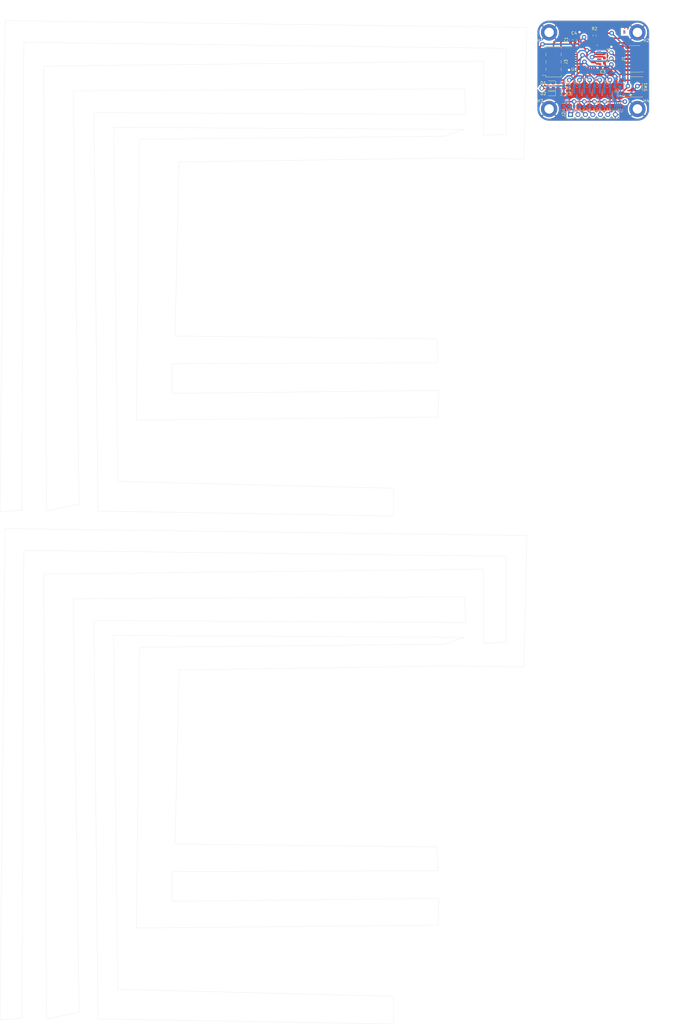
<source format=kicad_pcb>
(kicad_pcb (version 20221018) (generator pcbnew)
  (layers (0 "F.Cu" signal) (31 "B.Cu" signal) (34 "B.Paste" user) (35 "F.Paste" user) (36 "B.SilkS" user "B.Silkscreen") (37 "F.SilkS" user "F.Silkscreen") (38 "B.Mask" user) (39 "F.Mask" user) (44 "Edge.Cuts" user))
  (net 0 "")
  (net 1 "+5V-v2-")
  (net 2 "GND-v2-")
  (net 3 "+3.3V-v2-")
  (net 4 "Net-(D1-K)-v2-")
  (net 6 "Net-(D3-K)-v2-")
  (net 7 "Status_LED-v2-")
  (net 8 "Data_Clock_SNES-v2-")
  (net 9 "Data_Latch_SNES-v2-")
  (net 10 "Net-(D2-K)-v2-")
  (net 11 "Serial_Data1_SNES-v2-")
  (net 12 "Serial_Data2_SNES-v2-")
  (net 13 "SPI_Chip_Select-v2-")
  (net 14 "Chip_Enable-v2-")
  (net 15 "SPI_Digital_Input-v2-")
  (net 16 "SPI_Clock-v2-")
  (net 17 "SPI_Digital_Output-v2-")
  (net 18 "IOBit_SNES-v2-")
  (net 19 "Data_Clock_STM32-v2-")
  (net 20 "Data_Latch_STM32-v2-")
  (net 21 "Appairing_Btn-v2-")
  (net 22 "Net-(U2-BP)-v2-")
  (net 23 "SWDIO-v2-")
  (net 24 "SWDCK-v2-")
  (net 27 "NRST-v2-")
  (net 28 "USART2_RX-v2-")
  (net 29 "USART2_TX-v2-")
  (net 30 "Serial_Data1_STM32-v2-")
  (net 31 "IOBit_STM32-v2-")
  (net 32 "Serial_Data2_STM32-v2-")
  (footprint "Resistor_SMD:R_0603_1608Metric_Pad0.98x0.95mm_HandSolder" (layer "F.Cu") (at 191.76875 26.05)
    (fp_text reference "R3")
    (fp_text value "1k")
  )
  (footprint "Button_Switch_SMD:SW_SPST_B3S-1000" (layer "F.Cu") (at 216.25 23.75 180)
    (fp_text reference "SW1")
    (fp_text value "SW_SPST")
  )
  (footprint "MountingHole:MountingHole_3.2mm_M3_DIN965_Pad" (layer "F.Cu") (at 187.75 31.25)
    (fp_text reference "H3")
    (fp_text value "MountingHole_Pad")
  )
  (footprint "Resistor_SMD:R_0603_1608Metric_Pad0.98x0.95mm_HandSolder" (layer "F.Cu") (at 191.76875 22.45)
    (fp_text reference "R1")
    (fp_text value "1k")
  )
  (footprint "Connector_PinHeader_1.27mm:PinHeader_2x07_P1.27mm_Vertical_SMD" (layer "F.Cu") (at 216.75 14.25 180)
    (fp_text reference "J1")
    (fp_text value "Conn_02x07_Odd_Even")
  )
  (footprint "Diode_SMD:D_0603_1608Metric_Pad1.05x0.95mm_HandSolder" (layer "F.Cu") (at 188.26875 22.45 180)
    (fp_text reference "D1")
    (fp_text value "LED_Small")
  )
  (footprint "Resistor_SMD:R_0603_1608Metric_Pad0.98x0.95mm_HandSolder" (layer "F.Cu") (at 191.76875 24.25)
    (fp_text reference "R4")
    (fp_text value "1k")
  )
  (footprint "Capacitor_SMD:C_0603_1608Metric_Pad1.08x0.95mm_HandSolder" (layer "F.Cu") (at 206.0025 17.19)
    (fp_text reference "C3")
    (fp_text value "100n")
  )
  (footprint "Diode_SMD:D_0603_1608Metric_Pad1.05x0.95mm_HandSolder" (layer "F.Cu") (at 188.26875 24.25 180)
    (fp_text reference "D3")
    (fp_text value "LED")
  )
  (footprint "Package_QFP:LQFP-32_7x7mm_P0.8mm" (layer "F.Cu") (at 200.6 13.15 180)
    (fp_text reference "U1")
    (fp_text value "STM32L412KBTx")
  )
  (footprint "Connector_PinSocket_2.54mm:PinSocket_2x04_P2.54mm_Vertical_SMD" (layer "F.Cu") (at 189.25 15.25 180)
    (fp_text reference "J3")
    (fp_text value "Conn_01x08_Socket")
  )
  (footprint "MountingHole:MountingHole_3.2mm_M3_DIN965_Pad" (layer "F.Cu") (at 187.75 5.25)
    (fp_text reference "H1")
    (fp_text value "MountingHole_Pad")
  )
  (footprint "Connector_PinHeader_2.54mm:PinHeader_1x07_P2.54mm_Vertical" (layer "F.Cu") (at 195 33.15 90)
    (fp_text reference "J2")
    (fp_text value "Conn_01x07_Socket")
  )
  (footprint "MountingHole:MountingHole_3.2mm_M3_DIN965_Pad" (layer "F.Cu") (at 217.75 31.25)
    (fp_text reference "H4")
    (fp_text value "MountingHole_Pad")
  )
  (footprint "Capacitor_SMD:C_0603_1608Metric_Pad1.08x0.95mm_HandSolder" (layer "F.Cu") (at 206.51 14.8025 90)
    (fp_text reference "C2")
    (fp_text value "100n")
  )
  (footprint "Capacitor_SMD:C_0603_1608Metric_Pad1.08x0.95mm_HandSolder" (layer "F.Cu") (at 196.55 7.75 90)
    (fp_text reference "C4")
    (fp_text value "100n")
  )
  (footprint "Diode_SMD:D_0603_1608Metric_Pad1.05x0.95mm_HandSolder" (layer "F.Cu") (at 188.26875 26.05 180)
    (fp_text reference "D2")
    (fp_text value "LED_Small")
  )
  (footprint "Capacitor_SMD:C_0603_1608Metric_Pad1.08x0.95mm_HandSolder" (layer "F.Cu") (at 195.05 7.75 90)
    (fp_text reference "C1")
    (fp_text value "10u")
  )
  (footprint "Resistor_SMD:R_0603_1608Metric_Pad0.98x0.95mm_HandSolder" (layer "F.Cu") (at 203.17 6.32 90)
    (fp_text reference "R2")
    (fp_text value "10k")
  )
  (footprint "MountingHole:MountingHole_3.2mm_M3_DIN965_Pad" (layer "F.Cu") (at 217.75 5.25)
    (fp_text reference "H2")
    (fp_text value "MountingHole_Pad")
  )
  (footprint "Capacitor_SMD:C_0603_1608Metric_Pad1.08x0.95mm_HandSolder" (layer "F.Cu") (at 206.51 11.5 90)
    (fp_text reference "C5")
    (fp_text value "100n")
  )
  (footprint "Resistor_SMD:R_0603_1608Metric_Pad0.98x0.95mm_HandSolder" (layer "B.Cu") (at 204.05 23.45)
    (fp_text reference "R8")
    (fp_text value "10k")
  )
  (footprint "Package_TO_SOT_SMD:SOT-23" (layer "B.Cu") (at 207.5 26.15 -90)
    (fp_text reference "Q5")
    (fp_text value "2N7002")
  )
  (footprint "Package_SO:MSOP-8_3x3mm_P0.65mm" (layer "B.Cu") (at 211.0125 27.9 -90)
    (fp_text reference "U2")
    (fp_text value "MIC5219-3.3YMM")
  )
  (footprint "Package_TO_SOT_SMD:SOT-23" (layer "B.Cu") (at 197.15 26.15 -90)
    (fp_text reference "Q2")
    (fp_text value "2N7002")
  )
  (footprint "Resistor_SMD:R_0603_1608Metric_Pad0.98x0.95mm_HandSolder" (layer "B.Cu") (at 207.5 23.45)
    (fp_text reference "R9")
    (fp_text value "10k")
  )
  (footprint "Resistor_SMD:R_0603_1608Metric_Pad0.98x0.95mm_HandSolder" (layer "B.Cu") (at 207.5 30.35)
    (fp_text reference "R14")
    (fp_text value "10k")
  )
  (footprint "Package_TO_SOT_SMD:SOT-23" (layer "B.Cu") (at 193.7 26.15 -90)
    (fp_text reference "Q1")
    (fp_text value "2N7002")
  )
  (footprint "Resistor_SMD:R_0603_1608Metric_Pad0.98x0.95mm_HandSolder" (layer "B.Cu") (at 200.6 30.35)
    (fp_text reference "R12")
    (fp_text value "10k")
  )
  (footprint "Resistor_SMD:R_0603_1608Metric_Pad0.98x0.95mm_HandSolder" (layer "B.Cu") (at 197.15 23.45)
    (fp_text reference "R6")
    (fp_text value "10k")
  )
  (footprint "Capacitor_SMD:C_0603_1608Metric_Pad1.08x0.95mm_HandSolder" (layer "B.Cu") (at 210.9 22.2 180)
    (fp_text reference "C7")
    (fp_text value "2.2u")
  )
  (footprint "Resistor_SMD:R_0603_1608Metric_Pad0.98x0.95mm_HandSolder" (layer "B.Cu") (at 204.05 30.35)
    (fp_text reference "R13")
    (fp_text value "10k")
  )
  (footprint "Capacitor_SMD:C_0603_1608Metric_Pad1.08x0.95mm_HandSolder" (layer "B.Cu") (at 210.9 23.7 180)
    (fp_text reference "C6")
    (fp_text value "470p")
  )
  (footprint "Resistor_SMD:R_0603_1608Metric_Pad0.98x0.95mm_HandSolder" (layer "B.Cu") (at 193.7 30.35)
    (fp_text reference "R10")
    (fp_text value "10k")
  )
  (footprint "Resistor_SMD:R_0603_1608Metric_Pad0.98x0.95mm_HandSolder" (layer "B.Cu") (at 193.7 23.45)
    (fp_text reference "R5")
    (fp_text value "10k")
  )
  (footprint "Package_TO_SOT_SMD:SOT-23" (layer "B.Cu") (at 204.05 26.15 -90)
    (fp_text reference "Q4")
    (fp_text value "2N7002")
  )
  (footprint "Resistor_SMD:R_0603_1608Metric_Pad0.98x0.95mm_HandSolder" (layer "B.Cu") (at 197.15 30.35)
    (fp_text reference "R11")
    (fp_text value "10k")
  )
  (footprint "Resistor_SMD:R_0603_1608Metric_Pad0.98x0.95mm_HandSolder" (layer "B.Cu") (at 200.6 23.45)
    (fp_text reference "R7")
    (fp_text value "10k")
  )
  (footprint "Package_TO_SOT_SMD:SOT-23" (layer "B.Cu") (at 200.6 26.15 -90)
    (fp_text reference "Q3")
    (fp_text value "2N7002")
  )
  (gr_line (start 1.249937 168.12989) (end 8.639937 167.44989) (stroke (width 0.05)) (layer "Edge.Cuts"))
  (gr_line (start 159.399937 205.64989) (end 33.149937 204.97989) (stroke (width 0.05)) (layer "Edge.Cuts"))
  (gr_line (start 59.679937 117.75989) (end 149.999937 117.42989) (stroke (width 0.05)) (layer "Edge.Cuts"))
  (gr_line (start 165.439937 15.01989) (end 16.029937 16.69989) (stroke (width 0.05)) (layer "Edge.Cuts"))
  (gr_line (start 17.039937 167.78989) (end 28.119937 165.43989) (stroke (width 0.05)) (layer "Edge.Cuts"))
  (gr_line (start 149.999937 308.38989) (end 150.329937 299.32989) (stroke (width 0.05)) (layer "Edge.Cuts"))
  (gr_line (start 60.679937 108.35989) (end 62.029937 49.26989) (stroke (width 0.05)) (layer "Edge.Cuts"))
  (gr_line (start 9.309937 181.13989) (end 173.159937 183.14989) (stroke (width 0.05)) (layer "Edge.Cuts"))
  (gr_line (start 17.039937 340.28989) (end 28.119937 337.93989) (stroke (width 0.05)) (layer "Edge.Cuts"))
  (gr_line (start 179.209937 220.75989) (end 180.219937 176.09989) (stroke (width 0.05)) (layer "Edge.Cuts"))
  (gr_line (start 41.209937 330.21989) (end 39.869937 210.00989) (stroke (width 0.05)) (layer "Edge.Cuts"))
  (gr_line (start 159.059937 24.41989) (end 159.399937 33.14989) (stroke (width 0.05)) (layer "Edge.Cuts"))
  (gr_line (start 221.75 5.25) (end 221.75 31.25) (stroke (width 0.1)) (layer "Edge.Cuts"))
  (gr_line (start 134.889937 341.96989) (end 134.889937 332.56989) (stroke (width 0.05)) (layer "Edge.Cuts"))
  (gr_line (start 153.019937 220.41989) (end 179.209937 220.75989) (stroke (width 0.05)) (layer "Edge.Cuts"))
  (gr_line (start 159.399937 33.14989) (end 33.149937 32.47989) (stroke (width 0.05)) (layer "Edge.Cuts"))
  (gr_line (start 150.329937 126.82989) (end 59.679937 127.82989) (stroke (width 0.05)) (layer "Edge.Cuts"))
  (gr_line (start 59.679937 290.25989) (end 149.999937 289.92989) (stroke (width 0.05)) (layer "Edge.Cuts"))
  (gr_arc (start 187.75 35.25) (mid 184.921573 34.078427) (end 183.75 31.25) (stroke (width 0.1)) (layer "Edge.Cuts"))
  (gr_line (start 33.149937 32.47989) (end 34.489937 167.78989) (stroke (width 0.05)) (layer "Edge.Cuts"))
  (gr_line (start 16.029937 189.19989) (end 17.039937 340.28989) (stroke (width 0.05)) (layer "Edge.Cuts"))
  (gr_line (start 149.999937 289.92989) (end 149.659937 281.86989) (stroke (width 0.05)) (layer "Edge.Cuts"))
  (gr_arc (start 183.75 5.25) (mid 184.921573 2.421573) (end 187.75 1.25) (stroke (width 0.1)) (layer "Edge.Cuts"))
  (gr_line (start 173.159937 10.64989) (end 173.159937 39.85989) (stroke (width 0.05)) (layer "Edge.Cuts"))
  (gr_line (start 173.159937 183.14989) (end 173.159937 212.35989) (stroke (width 0.05)) (layer "Edge.Cuts"))
  (gr_line (start 34.489937 167.78989) (end 134.889937 169.46989) (stroke (width 0.05)) (layer "Edge.Cuts"))
  (gr_arc (start 217.75 1.25) (mid 220.578427 2.421573) (end 221.75 5.25) (stroke (width 0.1)) (layer "Edge.Cuts"))
  (gr_line (start 149.659937 109.36989) (end 60.679937 108.35989) (stroke (width 0.05)) (layer "Edge.Cuts"))
  (gr_line (start 173.159937 39.85989) (end 165.439937 40.19989) (stroke (width 0.05)) (layer "Edge.Cuts"))
  (gr_line (start 158.729937 210.68989) (end 152.349937 213.03989) (stroke (width 0.05)) (layer "Edge.Cuts"))
  (gr_line (start 158.729937 38.18989) (end 152.349937 40.53989) (stroke (width 0.05)) (layer "Edge.Cuts"))
  (gr_line (start 180.219937 176.09989) (end 2.929937 173.74989) (stroke (width 0.05)) (layer "Edge.Cuts"))
  (gr_line (start 180.219937 3.59989) (end 2.929937 1.24989) (stroke (width 0.05)) (layer "Edge.Cuts"))
  (gr_line (start 39.869937 37.50989) (end 158.729937 38.18989) (stroke (width 0.05)) (layer "Edge.Cuts"))
  (gr_line (start 48.599937 41.53989) (end 47.589937 136.89989) (stroke (width 0.05)) (layer "Edge.Cuts"))
  (gr_line (start 2.929937 173.74989) (end 1.249937 340.62989) (stroke (width 0.05)) (layer "Edge.Cuts"))
  (gr_line (start 48.599937 214.03989) (end 47.589937 309.39989) (stroke (width 0.05)) (layer "Edge.Cuts"))
  (gr_line (start 47.589937 309.39989) (end 149.999937 308.38989) (stroke (width 0.05)) (layer "Edge.Cuts"))
  (gr_line (start 165.439937 40.19989) (end 165.439937 15.01989) (stroke (width 0.05)) (layer "Edge.Cuts"))
  (gr_line (start 152.349937 40.53989) (end 48.599937 41.53989) (stroke (width 0.05)) (layer "Edge.Cuts"))
  (gr_line (start 134.889937 169.46989) (end 134.889937 160.06989) (stroke (width 0.05)) (layer "Edge.Cuts"))
  (gr_arc (start 221.75 31.25) (mid 220.578427 34.078427) (end 217.75 35.25) (stroke (width 0.1)) (layer "Edge.Cuts"))
  (gr_line (start 159.059937 196.91989) (end 159.399937 205.64989) (stroke (width 0.05)) (layer "Edge.Cuts"))
  (gr_line (start 1.249937 340.62989) (end 8.639937 339.94989) (stroke (width 0.05)) (layer "Edge.Cuts"))
  (gr_line (start 8.639937 167.44989) (end 9.309937 8.63989) (stroke (width 0.05)) (layer "Edge.Cuts"))
  (gr_line (start 134.889937 160.06989) (end 41.209937 157.71989) (stroke (width 0.05)) (layer "Edge.Cuts"))
  (gr_line (start 149.659937 281.86989) (end 60.679937 280.85989) (stroke (width 0.05)) (layer "Edge.Cuts"))
  (gr_line (start 152.349937 213.03989) (end 48.599937 214.03989) (stroke (width 0.05)) (layer "Edge.Cuts"))
  (gr_line (start 2.929937 1.24989) (end 1.249937 168.12989) (stroke (width 0.05)) (layer "Edge.Cuts"))
  (gr_line (start 179.209937 48.25989) (end 180.219937 3.59989) (stroke (width 0.05)) (layer "Edge.Cuts"))
  (gr_line (start 153.019937 47.91989) (end 179.209937 48.25989) (stroke (width 0.05)) (layer "Edge.Cuts"))
  (gr_line (start 165.439937 187.51989) (end 16.029937 189.19989) (stroke (width 0.05)) (layer "Edge.Cuts"))
  (gr_line (start 9.309937 8.63989) (end 173.159937 10.64989) (stroke (width 0.05)) (layer "Edge.Cuts"))
  (gr_line (start 47.589937 136.89989) (end 149.999937 135.88989) (stroke (width 0.05)) (layer "Edge.Cuts"))
  (gr_line (start 33.149937 204.97989) (end 34.489937 340.28989) (stroke (width 0.05)) (layer "Edge.Cuts"))
  (gr_line (start 26.099937 25.08989) (end 159.059937 24.41989) (stroke (width 0.05)) (layer "Edge.Cuts"))
  (gr_line (start 8.639937 339.94989) (end 9.309937 181.13989) (stroke (width 0.05)) (layer "Edge.Cuts"))
  (gr_line (start 39.869937 210.00989) (end 158.729937 210.68989) (stroke (width 0.05)) (layer "Edge.Cuts"))
  (gr_line (start 165.439937 212.69989) (end 165.439937 187.51989) (stroke (width 0.05)) (layer "Edge.Cuts"))
  (gr_line (start 149.999937 135.88989) (end 150.329937 126.82989) (stroke (width 0.05)) (layer "Edge.Cuts"))
  (gr_line (start 62.029937 221.76989) (end 153.019937 220.41989) (stroke (width 0.05)) (layer "Edge.Cuts"))
  (gr_line (start 183.75 31.25) (end 183.75 5.25) (stroke (width 0.1)) (layer "Edge.Cuts"))
  (gr_line (start 173.159937 212.35989) (end 165.439937 212.69989) (stroke (width 0.05)) (layer "Edge.Cuts"))
  (gr_line (start 150.329937 299.32989) (end 59.679937 300.32989) (stroke (width 0.05)) (layer "Edge.Cuts"))
  (gr_line (start 59.679937 300.32989) (end 59.679937 290.25989) (stroke (width 0.05)) (layer "Edge.Cuts"))
  (gr_line (start 60.679937 280.85989) (end 62.029937 221.76989) (stroke (width 0.05)) (layer "Edge.Cuts"))
  (gr_line (start 28.119937 165.43989) (end 26.099937 25.08989) (stroke (width 0.05)) (layer "Edge.Cuts"))
  (gr_line (start 41.209937 157.71989) (end 39.869937 37.50989) (stroke (width 0.05)) (layer "Edge.Cuts"))
  (gr_line (start 217.75 35.25) (end 187.75 35.25) (stroke (width 0.1)) (layer "Edge.Cuts"))
  (gr_line (start 62.029937 49.26989) (end 153.019937 47.91989) (stroke (width 0.05)) (layer "Edge.Cuts"))
  (gr_line (start 34.489937 340.28989) (end 134.889937 341.96989) (stroke (width 0.05)) (layer "Edge.Cuts"))
  (gr_line (start 26.099937 197.58989) (end 159.059937 196.91989) (stroke (width 0.05)) (layer "Edge.Cuts"))
  (gr_line (start 149.999937 117.42989) (end 149.659937 109.36989) (stroke (width 0.05)) (layer "Edge.Cuts"))
  (gr_line (start 134.889937 332.56989) (end 41.209937 330.21989) (stroke (width 0.05)) (layer "Edge.Cuts"))
  (gr_line (start 16.029937 16.69989) (end 17.039937 167.78989) (stroke (width 0.05)) (layer "Edge.Cuts"))
  (gr_line (start 28.119937 337.93989) (end 26.099937 197.58989) (stroke (width 0.05)) (layer "Edge.Cuts"))
  (gr_line (start 59.679937 127.82989) (end 59.679937 117.75989) (stroke (width 0.05)) (layer "Edge.Cuts"))
  (gr_line (start 187.75 1.25) (end 217.75 1.25) (stroke (width 0.1)) (layer "Edge.Cuts"))
  (gr_text "T" (at 212.75 5.75) (layer "F.Cu") (effects (font (size 1 1)) (justify left bottom)))
  (gr_text "SNES Plug" (at 205.75 3.75) (layer "F.Cu") (effects (font (size 1 1)) (justify left bottom)))
  (gr_text "B" (at 212.75 5.75) (layer "B.Cu") (effects (font (size 1 1)) (justify left bottom)))
  (segment (start 206.5875 28.75) (end 213.5 28.75) (width 0.5) (layer "F.Cu") (net 1))
  (segment (start 187.39375 26.084561) (end 188.809189 27.5) (width 0.5) (layer "F.Cu") (net 1))
  (segment (start 196.2375 31.9125) (end 195 33.15) (width 0.5) (layer "F.Cu") (net 1))
  (segment (start 203.1375 28.75) (end 199.6875 28.75) (width 0.5) (layer "F.Cu") (net 1))
  (segment (start 191.5 28.75) (end 196.2375 28.75) (width 0.5) (layer "F.Cu") (net 1))
  (segment (start 187.39375 26.05) (end 187.39375 26.084561) (width 0.5) (layer "F.Cu") (net 1))
  (segment (start 188.809189 27.5) (end 190.25 27.5) (width 0.5) (layer "F.Cu") (net 1))
  (segment (start 190.25 27.5) (end 191.5 28.75) (width 0.5) (layer "F.Cu") (net 1))
  (segment (start 196.2375 28.75) (end 196.2375 31.9125) (width 0.5) (layer "F.Cu") (net 1))
  (segment (start 203.1375 28.75) (end 206.5875 28.75) (width 0.5) (layer "F.Cu") (net 1))
  (segment (start 196.2375 28.75) (end 199.6875 28.75) (width 0.3) (layer "F.Cu") (net 1))
  (via (at 196.2375 28.75) (size 1.6) (drill 0.8) (layers "F.Cu" "B.Cu") (net 1))
  (via (at 213.5 28.75) (size 1.6) (drill 0.8) (layers "F.Cu" "B.Cu") (net 1))
  (via (at 206.5875 28.75) (size 1.6) (drill 0.8) (layers "F.Cu" "B.Cu") (net 1))
  (via (at 203.1375 28.75) (size 1.6) (drill 0.8) (layers "F.Cu" "B.Cu") (net 1))
  (via (at 199.6875 28.75) (size 1.6) (drill 0.8) (layers "F.Cu" "B.Cu") (net 1))
  (segment (start 213.5 28.75) (end 213.4 28.65) (width 0.5) (layer "B.Cu") (net 1))
  (segment (start 195 33.15) (end 195 32.5625) (width 0.5) (layer "B.Cu") (net 1))
  (segment (start 206.5875 28.75) (end 206.5875 30.35) (width 0.5) (layer "B.Cu") (net 1))
  (segment (start 199.6875 28.75) (end 199.6875 30.35) (width 0.5) (layer "B.Cu") (net 1))
  (segment (start 203.1375 28.75) (end 203.1375 30.35) (width 0.5) (layer "B.Cu") (net 1))
  (segment (start 210.6875 25.7875) (end 210.6875 27.230761) (width 0.3) (layer "B.Cu") (net 1))
  (segment (start 195 32.5625) (end 192.7875 30.35) (width 0.5) (layer "B.Cu") (net 1))
  (segment (start 196.2375 30.35) (end 196.2375 28.75) (width 0.5) (layer "B.Cu") (net 1))
  (segment (start 212.106739 28.65) (end 210.6875 27.230761) (width 0.5) (layer "B.Cu") (net 1))
  (segment (start 213.4 28.65) (end 212.106739 28.65) (width 0.5) (layer "B.Cu") (net 1))
  (segment (start 205.84 18.215) (end 206.865 17.19) (width 0.5) (layer "F.Cu") (net 2))
  (segment (start 206.51 15.665) (end 206.51 15.591193) (width 0.5) (layer "F.Cu") (net 2))
  (segment (start 206.865 16.02) (end 206.51 15.665) (width 0.5) (layer "F.Cu") (net 2))
  (segment (start 193.44 19.06) (end 191.77 19.06) (width 0.5) (layer "F.Cu") (net 2))
  (segment (start 208.899189 10.15) (end 208.411689 10.6375) (width 0.5) (layer "F.Cu") (net 2))
  (segment (start 197.8 5.45) (end 197.8 8.975) (width 0.5) (layer "F.Cu") (net 2))
  (segment (start 195.05 6.8875) (end 196.55 6.8875) (width 0.5) (layer "F.Cu") (net 2))
  (segment (start 204.29 18.215) (end 205.84 18.215) (width 0.5) (layer "F.Cu") (net 2))
  (segment (start 196.55 6.7) (end 198.1 5.15) (width 0.5) (layer "F.Cu") (net 2))
  (segment (start 198.1 5.15) (end 197.8 5.45) (width 0.5) (layer "F.Cu") (net 2))
  (segment (start 203.4 17.325) (end 204.29 18.215) (width 0.5) (layer "F.Cu") (net 2))
  (segment (start 206.865 17.19) (end 206.865 16.02) (width 0.5) (layer "F.Cu") (net 2))
  (segment (start 194.5 18) (end 193.44 19.06) (width 0.5) (layer "F.Cu") (net 2))
  (segment (start 207.535 14.566193) (end 207.535 11.6625) (width 0.5) (layer "F.Cu") (net 2))
  (segment (start 196.55 6.8875) (end 196.55 6.7) (width 0.5) (layer "F.Cu") (net 2))
  (segment (start 207.535 11.6625) (end 206.51 10.6375) (width 0.5) (layer "F.Cu") (net 2))
  (segment (start 206.51 15.591193) (end 207.535 14.566193) (width 0.5) (layer "F.Cu") (net 2))
  (segment (start 208.411689 10.6375) (end 206.51 10.6375) (width 0.5) (layer "F.Cu") (net 2))
  (via (at 194.5 18) (size 1.6) (drill 0.8) (layers "F.Cu" "B.Cu") (net 2))
  (via (at 210.0375 20.15) (size 1.6) (drill 0.8) (layers "F.Cu" "B.Cu") (net 2))
  (via (at 198.1 5.15) (size 1.6) (drill 0.8) (layers "F.Cu" "B.Cu") (net 2))
  (via (at 208.899189 10.15) (size 1.6) (drill 0.8) (layers "F.Cu" "B.Cu") (net 2))
  (segment (start 201.15 5.15) (end 198.1 5.15) (width 0.5) (layer "B.Cu") (net 2))
  (segment (start 206.15 10.15) (end 201.15 5.15) (width 0.5) (layer "B.Cu") (net 2))
  (segment (start 210.0375 22.2) (end 210.0375 23.7) (width 0.5) (layer "B.Cu") (net 2))
  (segment (start 210.0375 22.2) (end 210.0375 20.15) (width 0.5) (layer "B.Cu") (net 2))
  (segment (start 208.899189 10.15) (end 206.15 10.15) (width 0.5) (layer "B.Cu") (net 2))
  (segment (start 210.0375 20.1875) (end 210 20.15) (width 0.5) (layer "B.Cu") (net 2))
  (segment (start 202.290811 15.5) (end 200.6 13.809189) (width 0.5) (layer "F.Cu") (net 3))
  (segment (start 204.775 15.95) (end 203.870406 15.95) (width 0.5) (layer "F.Cu") (net 3))
  (segment (start 203.420406 15.5) (end 202.290811 15.5) (width 0.5) (layer "F.Cu") (net 3))
  (segment (start 200.6 13.809189) (end 200.6 11.4) (width 0.5) (layer "F.Cu") (net 3))
  (segment (start 185.25 20.54) (end 186.73 19.06) (width 0.5) (layer "F.Cu") (net 3))
  (segment (start 217.75 23.5) (end 218.225 23.5) (width 0.5) (layer "F.Cu") (net 3))
  (segment (start 202.4 11.4) (end 200.6 11.4) (width 0.5) (layer "F.Cu") (net 3))
  (segment (start 218.225 23.5) (end 220.225 21.5) (width 0.5) (layer "F.Cu") (net 3))
  (segment (start 218.7 16.79) (end 220.4 16.79) (width 0.5) (layer "F.Cu") (net 3))
  (segment (start 205.14 17.19) (end 205.14 16.315) (width 0.5) (layer "F.Cu") (net 3))
  (segment (start 220.225 21.5) (end 220.75 20.975) (width 0.5) (layer "F.Cu") (net 3))
  (segment (start 195.05 8.6125) (end 195.05 8.975) (width 0.5) (layer "F.Cu") (net 3))
  (segment (start 196.425 10.35) (end 196.425 8.7375) (width 0.5) (layer "F.Cu") (net 3))
  (segment (start 220.75 20.975) (end 220.75 17.14) (width 0.5) (layer "F.Cu") (net 3))
  (segment (start 187.39375 24.25) (end 185.25 24.25) (width 0.5) (layer "F.Cu") (net 3))
  (segment (start 212.275 21.5) (end 220.225 21.5) (width 0.5) (layer "F.Cu") (net 3))
  (segment (start 220.4 16.79) (end 220.75 17.14) (width 0.5) (layer "F.Cu") (net 3))
  (segment (start 206.51 12.3625) (end 206.1225 12.75) (width 0.5) (layer "F.Cu") (net 3))
  (segment (start 206.1225 12.75) (end 204.775 12.75) (width 0.5) (layer "F.Cu") (net 3))
  (segment (start 195.05 8.975) (end 196.425 10.35) (width 0.5) (layer "F.Cu") (net 3))
  (segment (start 200.6 11.4) (end 199.55 10.35) (width 0.5) (layer "F.Cu") (net 3))
  (segment (start 199.55 10.35) (end 196.425 10.35) (width 0.5) (layer "F.Cu") (net 3))
  (segment (start 205.14 16.315) (end 204.775 15.95) (width 0.5) (layer "F.Cu") (net 3))
  (segment (start 204.775 12.75) (end 203.75 12.75) (width 0.5) (layer "F.Cu") (net 3))
  (segment (start 203.75 12.75) (end 202.4 11.4) (width 0.5) (layer "F.Cu") (net 3))
  (segment (start 203.870406 15.95) (end 203.420406 15.5) (width 0.5) (layer "F.Cu") (net 3))
  (segment (start 196.425 8.7375) (end 196.55 8.6125) (width 0.5) (layer "F.Cu") (net 3))
  (segment (start 185.25 24.25) (end 185.25 20.54) (width 0.5) (layer "F.Cu") (net 3))
  (via (at 185.25 24.25) (size 1.6) (drill 0.8) (layers "F.Cu" "B.Cu") (net 3))
  (via (at 217.75 23.5) (size 1.6) (drill 0.8) (layers "F.Cu" "B.Cu") (net 3))
  (via (at 200.6 11.4) (size 1.6) (drill 0.8) (layers "F.Cu" "B.Cu") (net 3))
  (segment (start 199.65 23.4875) (end 199.6875 23.45) (width 0.5) (layer "B.Cu") (net 3))
  (segment (start 206.5875 23.45) (end 206.5875 21.115811) (width 0.5) (layer "B.Cu") (net 3))
  (segment (start 214.743261 26.506739) (end 217.75 23.5) (width 0.5) (layer "B.Cu") (net 3))
  (segment (start 203.1 25.2125) (end 203.1 23.4875) (width 0.5) (layer "B.Cu") (net 3))
  (segment (start 185.25 24.25) (end 186.05 23.45) (width 0.5) (layer "B.Cu") (net 3))
  (segment (start 196.2 23.4875) (end 196.2375 23.45) (width 0.5) (layer "B.Cu") (net 3))
  (segment (start 208.903311 18.8) (end 206.5875 21.115811) (width 0.5) (layer "B.Cu") (net 3))
  (segment (start 200.753311 20.05) (end 202.071689 20.05) (width 0.5) (layer "B.Cu") (net 3))
  (segment (start 206.55 25.2125) (end 206.55 23.4875) (width 0.5) (layer "B.Cu") (net 3))
  (segment (start 203.1 23.4875) (end 203.1375 23.45) (width 0.5) (layer "B.Cu") (net 3))
  (segment (start 212.356739 27.15) (end 211.759683 27.15) (width 0.5) (layer "B.Cu") (net 3))
  (segment (start 197.303311 12.446689) (end 197.303311 20.05) (width 0.5) (layer "B.Cu") (net 3))
  (segment (start 212.45 22.2) (end 211.7625 22.2) (width 0.5) (layer "B.Cu") (net 3))
  (segment (start 214.743261 26.506739) (end 213 26.506739) (width 0.5) (layer "B.Cu") (net 3))
  (segment (start 213 26.506739) (end 212.356739 27.15) (width 0.5) (layer "B.Cu") (net 3))
  (segment (start 206.5875 21.115811) (end 205.521689 20.05) (width 0.5) (layer "B.Cu") (net 3))
  (segment (start 213 26.506739) (end 213 22.75) (width 0.5) (layer "B.Cu") (net 3))
  (segment (start 199.6875 21.115811) (end 200.753311 20.05) (width 0.5) (layer "B.Cu") (net 3))
  (segment (start 202.071689 20.05) (end 203.1375 21.115811) (width 0.5) (layer "B.Cu") (net 3))
  (segment (start 206.55 23.4875) (end 206.5875 23.45) (width 0.5) (layer "B.Cu") (net 3))
  (segment (start 210.596689 18.8) (end 208.903311 18.8) (width 0.5) (layer "B.Cu") (net 3))
  (segment (start 192.7875 21.315811) (end 194.053311 20.05) (width 0.5) (layer "B.Cu") (net 3))
  (segment (start 211.3375 25.7875) (end 211.3375 26.727817) (width 0.3) (layer "B.Cu") (net 3))
  (segment (start 213 22.75) (end 212.45 22.2) (width 0.5) (layer "B.Cu") (net 3))
  (segment (start 192.75 25.2125) (end 192.75 23.4875) (width 0.5) (layer "B.Cu") (net 3))
  (segment (start 211.7625 22.2) (end 211.7625 19.965811) (width 0.5) (layer "B.Cu") (net 3))
  (segment (start 196.2375 21.115811) (end 196.2375 23.45) (width 0.5) (layer "B.Cu") (net 3))
  (segment (start 194.053311 20.05) (end 195.171689 20.05) (width 0.5) (layer "B.Cu") (net 3))
  (segment (start 195.171689 20.05) (end 196.2375 21.115811) (width 0.5) (layer "B.Cu") (net 3))
  (segment (start 192.75 23.4875) (end 192.7875 23.45) (width 0.5) (layer "B.Cu") (net 3))
  (segment (start 211.3375 26.727817) (end 211.759683 27.15) (width 0.3) (layer "B.Cu") (net 3))
  (segment (start 197.303311 20.05) (end 196.2375 21.115811) (width 0.5) (layer "B.Cu") (net 3))
  (segment (start 199.6875 21.115811) (end 198.621689 20.05) (width 0.5) (layer "B.Cu") (net 3))
  (segment (start 186.05 23.45) (end 192.7875 23.45) (width 0.5) (layer "B.Cu") (net 3))
  (segment (start 204.203311 20.05) (end 203.1375 21.115811) (width 0.5) (layer "B.Cu") (net 3))
  (segment (start 203.1375 21.115811) (end 203.1375 23.45) (width 0.5) (layer "B.Cu") (net 3))
  (segment (start 199.65 25.2125) (end 199.65 23.4875) (width 0.5) (layer "B.Cu") (net 3))
  (segment (start 205.521689 20.05) (end 204.203311 20.05) (width 0.5) (layer "B.Cu") (net 3))
  (segment (start 196.2 25.2125) (end 196.2 23.4875) (width 0.5) (layer "B.Cu") (net 3))
  (segment (start 211.7625 19.965811) (end 210.596689 18.8) (width 0.5) (layer "B.Cu") (net 3))
  (segment (start 198.35 11.4) (end 197.303311 12.446689) (width 0.5) (layer "B.Cu") (net 3))
  (segment (start 199.6875 23.45) (end 199.6875 21.115811) (width 0.5) (layer "B.Cu") (net 3))
  (segment (start 200.6 11.4) (end 198.35 11.4) (width 0.5) (layer "B.Cu") (net 3))
  (segment (start 192.7875 23.45) (end 192.7875 21.315811) (width 0.5) (layer "B.Cu") (net 3))
  (segment (start 198.621689 20.05) (end 197.303311 20.05) (width 0.5) (layer "B.Cu") (net 3))
  (segment (start 190.85625 22.45) (end 189.14375 22.45) (width 0.5) (layer "F.Cu") (net 4))
  (segment (start 190.85625 24.25) (end 189.14375 24.25) (width 0.5) (layer "F.Cu") (net 6))
  (segment (start 192.575 21.425) (end 194 20) (width 0.5) (layer "F.Cu") (net 7))
  (segment (start 187.39375 22.45) (end 188.41875 21.425) (width 0.5) (layer "F.Cu") (net 7))
  (segment (start 195.125 20) (end 197.8 17.325) (width 0.5) (layer "F.Cu") (net 7))
  (segment (start 188.41875 21.425) (end 192.575 21.425) (width 0.5) (layer "F.Cu") (net 7))
  (segment (start 194 20) (end 195.125 20) (width 0.5) (layer "F.Cu") (net 7))
  (segment (start 197.54 33.15) (end 197.54 32.54) (width 0.5) (layer "B.Cu") (net 8))
  (segment (start 194.6125 30.35) (end 194.6125 28) (width 0.5) (layer "B.Cu") (net 8))
  (segment (start 196.0125 31.75) (end 194.6125 30.35) (width 0.5) (layer "B.Cu") (net 8))
  (segment (start 196.75 31.75) (end 196.0125 31.75) (width 0.5) (layer "B.Cu") (net 8))
  (segment (start 194.6125 28) (end 193.7 27.0875) (width 0.5) (layer "B.Cu") (net 8))
  (segment (start 197.54 32.54) (end 196.75 31.75) (width 0.5) (layer "B.Cu") (net 8))
  (segment (start 198.0625 30.35) (end 198.0625 28) (width 0.5) (layer "B.Cu") (net 9))
  (segment (start 198.0625 31.2125) (end 200 33.15) (width 0.5) (layer "B.Cu") (net 9))
  (segment (start 198.0625 30.35) (end 198.0625 31.2125) (width 0.5) (layer "B.Cu") (net 9))
  (segment (start 198.0625 28) (end 197.15 27.0875) (width 0.5) (layer "B.Cu") (net 9))
  (segment (start 189.14375 26.05) (end 190.85625 26.05) (width 0.5) (layer "F.Cu") (net 10))
  (segment (start 201.5125 30.35) (end 201.5125 32.1625) (width 0.5) (layer "B.Cu") (net 11))
  (segment (start 201.5125 28) (end 200.6 27.0875) (width 0.5) (layer "B.Cu") (net 11))
  (segment (start 201.5125 30.35) (end 201.5125 28) (width 0.5) (layer "B.Cu") (net 11))
  (segment (start 201.5125 32.1625) (end 202.5 33.15) (width 0.5) (layer "B.Cu") (net 11))
  (segment (start 204.9625 33.1125) (end 205 33.15) (width 0.5) (layer "B.Cu") (net 12))
  (segment (start 204.9625 30.35) (end 204.9625 33.1125) (width 0.5) (layer "B.Cu") (net 12))
  (segment (start 204.9625 28) (end 204.05 27.0875) (width 0.5) (layer "B.Cu") (net 12))
  (segment (start 204.9625 30.35) (end 204.9625 28) (width 0.5) (layer "B.Cu") (net 12))
  (segment (start 196.425 11.15) (end 194.85 11.15) (width 0.5) (layer "F.Cu") (net 13))
  (segment (start 194 12) (end 194 14.75) (width 0.5) (layer "F.Cu") (net 13))
  (segment (start 193.5 15.25) (end 188 15.25) (width 0.5) (layer "F.Cu") (net 13))
  (segment (start 188 15.25) (end 186.73 16.52) (width 0.5) (layer "F.Cu") (net 13))
  (segment (start 194.85 11.15) (end 194 12) (width 0.5) (layer "F.Cu") (net 13))
  (segment (start 194 14.75) (end 193.5 15.25) (width 0.5) (layer "F.Cu") (net 13))
  (segment (start 194.23 16.52) (end 195.125 15.625) (width 0.5) (layer "F.Cu") (net 14))
  (segment (start 195.125 15.625) (end 195.125 12.345406) (width 0.5) (layer "F.Cu") (net 14))
  (segment (start 191.77 16.52) (end 194.23 16.52) (width 0.5) (layer "F.Cu") (net 14))
  (segment (start 195.520406 11.95) (end 196.425 11.95) (width 0.5) (layer "F.Cu") (net 14))
  (segment (start 195.125 12.345406) (end 195.520406 11.95) (width 0.5) (layer "F.Cu") (net 14))
  (segment (start 198.8 3.8) (end 201 6) (width 0.5) (layer "F.Cu") (net 15))
  (segment (start 196.486307 3.8) (end 198.8 3.8) (width 0.5) (layer "F.Cu") (net 15))
  (segment (start 191.77 11.44) (end 191.77 8.516307) (width 0.5) (layer "F.Cu") (net 15))
  (segment (start 201 6) (end 201 8.975) (width 0.5) (layer "F.Cu") (net 15))
  (segment (start 191.77 8.516307) (end 196.486307 3.8) (width 0.5) (layer "F.Cu") (net 15))
  (segment (start 201.8 4.55) (end 201.8 8.975) (width 0.5) (layer "F.Cu") (net 16))
  (segment (start 189.25 9) (end 195.75 2.5) (width 0.5) (layer "F.Cu") (net 16))
  (segment (start 190.77 13.98) (end 189.25 12.46) (width 0.5) (layer "F.Cu") (net 16))
  (segment (start 191.77 13.98) (end 190.77 13.98) (width 0.5) (layer "F.Cu") (net 16))
  (segment (start 195.75 2.5) (end 199.75 2.5) (width 0.5) (layer "F.Cu") (net 16))
  (segment (start 189.25 12.46) (end 189.25 9) (width 0.5) (layer "F.Cu") (net 16))
  (segment (start 199.75 2.5) (end 201.8 4.55) (width 0.5) (layer "F.Cu") (net 16))
  (segment (start 200.2 8.070406) (end 200.2 8.975) (width 0.5) (layer "F.Cu") (net 17))
  (segment (start 185.73 13.98) (end 184.68 12.93) (width 0.5) (layer "F.Cu") (net 17))
  (segment (start 186.73 13.98) (end 185.73 13.98) (width 0.5) (layer "F.Cu") (net 17))
  (segment (start 199.6 7.470406) (end 200.2 8.070406) (width 0.5) (layer "F.Cu") (net 17))
  (segment (start 184.68 10.07) (end 185.5 9.25) (width 0.5) (layer "F.Cu") (net 17))
  (segment (start 199.6 6.9) (end 199.6 7.470406) (width 0.5) (layer "F.Cu") (net 17))
  (segment (start 184.68 12.93) (end 184.68 10.07) (width 0.5) (layer "F.Cu") (net 17))
  (via (at 185.5 9.25) (size 1.6) (drill 0.8) (layers "F.Cu" "B.Cu") (net 17))
  (via (at 199.6 6.9) (size 1.6) (drill 0.8) (layers "F.Cu" "B.Cu") (net 17))
  (segment (start 185.5 9.25) (end 197.25 9.25) (width 0.5) (layer "B.Cu") (net 17))
  (segment (start 197.25 9.25) (end 199.6 6.9) (width 0.5) (layer "B.Cu") (net 17))
  (segment (start 208.4125 30.35) (end 208.4125 32.2375) (width 0.5) (layer "B.Cu") (net 18))
  (segment (start 208.4125 32.2375) (end 207.5 33.15) (width 0.5) (layer "B.Cu") (net 18))
  (segment (start 208.4125 28) (end 207.5 27.0875) (width 0.5) (layer "B.Cu") (net 18))
  (segment (start 208.4125 30.35) (end 208.4125 28) (width 0.5) (layer "B.Cu") (net 18))
  (segment (start 198.6 18.229594) (end 198.6 17.325) (width 0.5) (layer "F.Cu") (net 19))
  (segment (start 195.429594 21.4) (end 198.6 18.229594) (width 0.5) (layer "F.Cu") (net 19))
  (segment (start 194.6125 21.4) (end 195.429594 21.4) (width 0.5) (layer "F.Cu") (net 19))
  (via (at 194.6125 21.4) (size 1.6) (drill 0.8) (layers "F.Cu" "B.Cu") (net 19))
  (segment (start 194.6125 23.45) (end 194.6125 21.4) (width 0.5) (layer "B.Cu") (net 19))
  (segment (start 194.65 23.4875) (end 194.6125 23.45) (width 0.5) (layer "B.Cu") (net 19))
  (segment (start 194.65 25.2125) (end 194.65 23.4875) (width 0.5) (layer "B.Cu") (net 19))
  (segment (start 198.0625 21.4) (end 199.4 20.0625) (width 0.5) (layer "F.Cu") (net 20))
  (segment (start 199.4 20.0625) (end 199.4 17.325) (width 0.5) (layer "F.Cu") (net 20))
  (via (at 198.0625 21.4) (size 1.6) (drill 0.8) (layers "F.Cu" "B.Cu") (net 20))
  (segment (start 198.1 25.2125) (end 198.1 23.4875) (width 0.5) (layer "B.Cu") (net 20))
  (segment (start 198.1 23.4875) (end 198.0625 23.45) (width 0.5) (layer "B.Cu") (net 20))
  (segment (start 198.0625 23.45) (end 198.0625 21.4) (width 0.5) (layer "B.Cu") (net 20))
  (segment (start 214.5 23.5) (end 214.5 23.75) (width 0.5) (layer "F.Cu") (net 21))
  (segment (start 202.6 7.8025) (end 203.17 7.2325) (width 0.5) (layer "F.Cu") (net 21))
  (segment (start 209 5.5) (end 204.9025 5.5) (width 0.5) (layer "F.Cu") (net 21))
  (segment (start 202.6 8.975) (end 202.6 7.8025) (width 0.5) (layer "F.Cu") (net 21))
  (segment (start 212.275 25.975) (end 212.275 26) (width 0.5) (layer "F.Cu") (net 21))
  (segment (start 214.5 23.75) (end 212.275 25.975) (width 0.5) (layer "F.Cu") (net 21))
  (segment (start 204.9025 5.5) (end 203.17 7.2325) (width 0.5) (layer "F.Cu") (net 21))
  (segment (start 220.225 26) (end 212.275 26) (width 0.5) (layer "F.Cu") (net 21))
  (via (at 209 5.5) (size 1.6) (drill 0.8) (layers "F.Cu" "B.Cu") (net 21))
  (via (at 214.5 23.5) (size 1.6) (drill 0.8) (layers "F.Cu" "B.Cu") (net 21))
  (segment (start 214.5 11) (end 209 5.5) (width 0.5) (layer "B.Cu") (net 21))
  (segment (start 214.5 23.5) (end 214.5 11) (width 0.5) (layer "B.Cu") (net 21))
  (segment (start 211.9875 25.7875) (end 211.9875 23.925) (width 0.3) (layer "B.Cu") (net 22))
  (segment (start 211.9875 23.925) (end 211.7625 23.7) (width 0.3) (layer "B.Cu") (net 22))
  (segment (start 214.8 18.06) (end 212.809189 18.06) (width 0.5) (layer "F.Cu") (net 23))
  (segment (start 196.425 15.15) (end 197.329594 15.15) (width 0.5) (layer "F.Cu") (net 23))
  (segment (start 199.1 13.379594) (end 199.1 13) (width 0.5) (layer "F.Cu") (net 23))
  (segment (start 197.329594 15.15) (end 199.1 13.379594) (width 0.5) (layer "F.Cu") (net 23))
  (segment (start 212.809189 18.06) (end 208.899189 14.15) (width 0.5) (layer "F.Cu") (net 23))
  (via (at 208.899189 14.15) (size 1.6) (drill 0.8) (layers "F.Cu" "B.Cu") (net 23))
  (via (at 199.1 13) (size 1.6) (drill 0.8) (layers "F.Cu" "B.Cu") (net 23))
  (segment (start 199.1 13) (end 199.75 13) (width 0.5) (layer "B.Cu") (net 23))
  (segment (start 201.75 15) (end 208.049189 15) (width 0.5) (layer "B.Cu") (net 23))
  (segment (start 199.75 13) (end 201.75 15) (width 0.5) (layer "B.Cu") (net 23))
  (segment (start 208.049189 15) (end 208.899189 14.15) (width 0.5) (layer "B.Cu") (net 23))
  (segment (start 218.7 18.06) (end 217.87 18.06) (width 0.5) (layer "F.Cu") (net 24))
  (segment (start 199.75 15.25) (end 199.05 15.95) (width 0.5) (layer "F.Cu") (net 24))
  (segment (start 199.05 15.95) (end 196.425 15.95) (width 0.5) (layer "F.Cu") (net 24))
  (segment (start 208.899189 16.899189) (end 208.899189 16.15) (width 0.5) (layer "F.Cu") (net 24))
  (segment (start 211.5 19.5) (end 208.899189 16.899189) (width 0.5) (layer "F.Cu") (net 24))
  (segment (start 217.87 18.06) (end 216.43 19.5) (width 0.5) (layer "F.Cu") (net 24))
  (segment (start 216.43 19.5) (end 211.5 19.5) (width 0.5) (layer "F.Cu") (net 24))
  (via (at 199.75 15.25) (size 1.6) (drill 0.8) (layers "F.Cu" "B.Cu") (net 24))
  (via (at 208.899189 16.15) (size 1.6) (drill 0.8) (layers "F.Cu" "B.Cu") (net 24))
  (segment (start 201.25 16.75) (end 208.299189 16.75) (width 0.5) (layer "B.Cu") (net 24))
  (segment (start 208.299189 16.75) (end 208.899189 16.15) (width 0.5) (layer "B.Cu") (net 24))
  (segment (start 199.75 15.25) (end 201.25 16.75) (width 0.5) (layer "B.Cu") (net 24))
  (segment (start 206.12 13.55) (end 204.775 13.55) (width 0.5) (layer "F.Cu") (net 27))
  (segment (start 214.8 12.98) (end 209.729189 12.98) (width 0.5) (layer "F.Cu") (net 27))
  (segment (start 204.775 13.55) (end 202.45 13.55) (width 0.5) (layer "F.Cu") (net 27))
  (segment (start 206.51 13.94) (end 206.12 13.55) (width 0.5) (layer "F.Cu") (net 27))
  (segment (start 209.729189 12.98) (end 208.899189 12.15) (width 0.5) (layer "F.Cu") (net 27))
  (segment (start 202.45 13.55) (end 202.35 13.65) (width 0.5) (layer "F.Cu") (net 27))
  (via (at 208.899189 12.15) (size 1.6) (drill 0.8) (layers "F.Cu" "B.Cu") (net 27))
  (via (at 202.35 13.65) (size 1.6) (drill 0.8) (layers "F.Cu" "B.Cu") (net 27))
  (segment (start 208.899189 12.15) (end 203.85 12.15) (width 0.5) (layer "B.Cu") (net 27))
  (segment (start 203.85 12.15) (end 202.35 13.65) (width 0.5) (layer "B.Cu") (net 27))
  (segment (start 214.28 7.25) (end 216.75 9.72) (width 0.5) (layer "F.Cu") (net 28))
  (segment (start 203.4 8.975) (end 205.125 7.25) (width 0.5) (layer "F.Cu") (net 28))
  (segment (start 216.29 11.71) (end 214.8 11.71) (width 0.5) (layer "F.Cu") (net 28))
  (segment (start 205.125 7.25) (end 214.28 7.25) (width 0.5) (layer "F.Cu") (net 28))
  (segment (start 216.75 9.72) (end 216.75 11.25) (width 0.5) (layer "F.Cu") (net 28))
  (segment (start 216.75 11.25) (end 216.29 11.71) (width 0.5) (layer "F.Cu") (net 28))
  (segment (start 214.8 10.44) (end 213.16 8.8) (width 0.5) (layer "F.Cu") (net 29))
  (segment (start 213.16 8.8) (end 206.325 8.8) (width 0.5) (layer "F.Cu") (net 29))
  (segment (start 206.325 8.8) (end 204.775 10.35) (width 0.5) (layer "F.Cu") (net 29))
  (segment (start 200.2 20.0875) (end 201.5125 21.4) (width 0.5) (layer "F.Cu") (net 30))
  (segment (start 200.2 17.325) (end 200.2 20.0875) (width 0.5) (layer "F.Cu") (net 30))
  (via (at 201.5125 21.4) (size 1.6) (drill 0.8) (layers "F.Cu" "B.Cu") (net 30))
  (segment (start 201.55 23.4875) (end 201.5125 23.45) (width 0.5) (layer "B.Cu") (net 30))
  (segment (start 201.5125 23.45) (end 201.5125 21.4) (width 0.5) (layer "B.Cu") (net 30))
  (segment (start 201.55 25.2125) (end 201.55 23.4875) (width 0.5) (layer "B.Cu") (net 30))
  (segment (start 201.8 18.560964) (end 201.8 17.325) (width 0.5) (layer "F.Cu") (net 31))
  (segment (start 208.4125 21.4) (end 206.5625 19.55) (width 0.5) (layer "F.Cu") (net 31))
  (segment (start 202.789036 19.55) (end 201.8 18.560964) (width 0.5) (layer "F.Cu") (net 31))
  (segment (start 206.5625 19.55) (end 202.789036 19.55) (width 0.5) (layer "F.Cu") (net 31))
  (via (at 208.4125 21.4) (size 1.6) (drill 0.8) (layers "F.Cu" "B.Cu") (net 31))
  (segment (start 208.45 23.4875) (end 208.4125 23.45) (width 0.5) (layer "B.Cu") (net 31))
  (segment (start 208.45 25.2125) (end 208.45 23.4875) (width 0.5) (layer "B.Cu") (net 31))
  (segment (start 208.4125 23.45) (end 208.4125 21.4) (width 0.5) (layer "B.Cu") (net 31))
  (segment (start 201 18.978311) (end 201 17.325) (width 0.5) (layer "F.Cu") (net 32))
  (segment (start 203.421689 21.4) (end 201 18.978311) (width 0.5) (layer "F.Cu") (net 32))
  (segment (start 204.9625 21.4) (end 203.421689 21.4) (width 0.5) (layer "F.Cu") (net 32))
  (via (at 204.9625 21.4) (size 1.6) (drill 0.8) (layers "F.Cu" "B.Cu") (net 32))
  (segment (start 205 23.4875) (end 204.9625 23.45) (width 0.5) (layer "B.Cu") (net 32))
  (segment (start 204.9625 23.45) (end 204.9625 21.4) (width 0.5) (layer "B.Cu") (net 32))
  (segment (start 205 25.2125) (end 205 23.4875) (width 0.5) (layer "B.Cu") (net 32))
  (zone (net 2) (net_name "GND-v2-") (layer "F.Cu") (connect_pads (clearance 0.5)) (min_thickness 0.25) (fill yes (thermal_gap 0.5) (thermal_bridge_width 0.5))
    (polygon (pts (xy 183.75 1.25) (xy 221.75 1.25) (xy 221.75 35.25) (xy 183.75 35.25)))
  )
  (zone (net 2) (net_name "GND-v2-") (layer "B.Cu") (priority 1) (connect_pads (clearance 0.5)) (min_thickness 0.25) (fill yes (thermal_gap 0.5) (thermal_bridge_width 0.5))
    (polygon (pts (xy 183.75 1.25) (xy 221.75 1.25) (xy 221.75 35.25) (xy 183.75 35.25)))
  )
)
</source>
